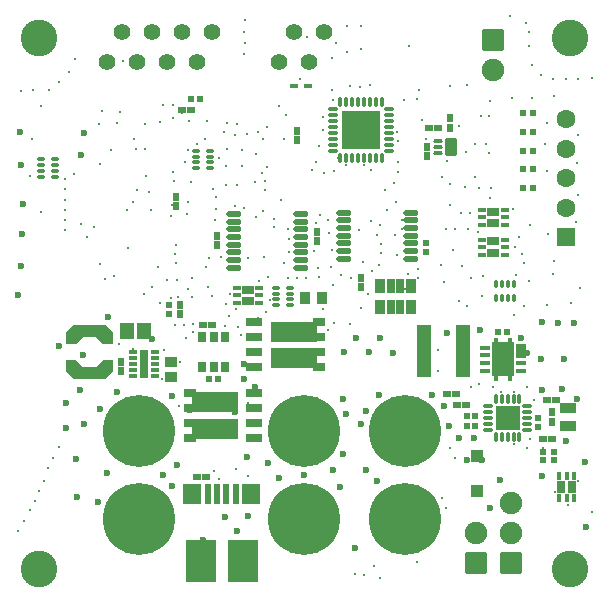
<source format=gbs>
G04*
G04 #@! TF.GenerationSoftware,Altium Limited,Altium Designer,18.0.9 (584)*
G04*
G04 Layer_Color=16711935*
%FSLAX25Y25*%
%MOIN*%
G70*
G01*
G75*
%ADD34R,0.03937X0.03543*%
%ADD53O,0.05118X0.01968*%
%ADD55O,0.01378X0.02953*%
%ADD56R,0.03740X0.04528*%
%ADD57R,0.02756X0.04528*%
%ADD58R,0.05315X0.03740*%
%ADD61R,0.03150X0.01575*%
%ADD63R,0.04331X0.03937*%
%ADD66R,0.02598X0.02441*%
%ADD67R,0.02165X0.02362*%
%ADD68R,0.02441X0.02598*%
%ADD70R,0.02362X0.02165*%
%ADD71O,0.02953X0.01378*%
%ADD72C,0.07480*%
G04:AMPARAMS|DCode=73|XSize=74.8mil|YSize=74.8mil|CornerRadius=10.83mil|HoleSize=0mil|Usage=FLASHONLY|Rotation=270.000|XOffset=0mil|YOffset=0mil|HoleType=Round|Shape=RoundedRectangle|*
%AMROUNDEDRECTD73*
21,1,0.07480,0.05315,0,0,270.0*
21,1,0.05315,0.07480,0,0,270.0*
1,1,0.02165,-0.02657,-0.02657*
1,1,0.02165,-0.02657,0.02657*
1,1,0.02165,0.02657,0.02657*
1,1,0.02165,0.02657,-0.02657*
%
%ADD73ROUNDEDRECTD73*%
%ADD74C,0.24016*%
G04:AMPARAMS|DCode=75|XSize=62.99mil|YSize=62.99mil|CornerRadius=9.35mil|HoleSize=0mil|Usage=FLASHONLY|Rotation=90.000|XOffset=0mil|YOffset=0mil|HoleType=Round|Shape=RoundedRectangle|*
%AMROUNDEDRECTD75*
21,1,0.06299,0.04429,0,0,90.0*
21,1,0.04429,0.06299,0,0,90.0*
1,1,0.01870,0.02215,0.02215*
1,1,0.01870,0.02215,-0.02215*
1,1,0.01870,-0.02215,-0.02215*
1,1,0.01870,-0.02215,0.02215*
%
%ADD75ROUNDEDRECTD75*%
%ADD76C,0.06299*%
%ADD77C,0.05512*%
%ADD78C,0.00394*%
%ADD79C,0.12205*%
%ADD80C,0.01181*%
%ADD81C,0.02362*%
%ADD112R,0.03150X0.01378*%
G04:AMPARAMS|DCode=126|XSize=13.78mil|YSize=31.5mil|CornerRadius=4.43mil|HoleSize=0mil|Usage=FLASHONLY|Rotation=90.000|XOffset=0mil|YOffset=0mil|HoleType=Round|Shape=RoundedRectangle|*
%AMROUNDEDRECTD126*
21,1,0.01378,0.02264,0,0,90.0*
21,1,0.00492,0.03150,0,0,90.0*
1,1,0.00886,0.01132,0.00246*
1,1,0.00886,0.01132,-0.00246*
1,1,0.00886,-0.01132,-0.00246*
1,1,0.00886,-0.01132,0.00246*
%
%ADD126ROUNDEDRECTD126*%
G04:AMPARAMS|DCode=127|XSize=57.09mil|YSize=43.31mil|CornerRadius=5.91mil|HoleSize=0mil|Usage=FLASHONLY|Rotation=90.000|XOffset=0mil|YOffset=0mil|HoleType=Round|Shape=RoundedRectangle|*
%AMROUNDEDRECTD127*
21,1,0.05709,0.03150,0,0,90.0*
21,1,0.04528,0.04331,0,0,90.0*
1,1,0.01181,0.01575,0.02264*
1,1,0.01181,0.01575,-0.02264*
1,1,0.01181,-0.01575,-0.02264*
1,1,0.01181,-0.01575,0.02264*
%
%ADD127ROUNDEDRECTD127*%
%ADD128R,0.15394X0.06890*%
%ADD129R,0.04409X0.02795*%
%ADD130R,0.05394X0.02795*%
%ADD131O,0.03543X0.01378*%
%ADD132O,0.01378X0.03543*%
%ADD133R,0.12795X0.12795*%
%ADD134R,0.02913X0.09803*%
%ADD135R,0.08465X0.08465*%
%ADD136R,0.06299X0.06693*%
%ADD137R,0.02362X0.06693*%
%ADD138R,0.09843X0.14094*%
%ADD139R,0.03543X0.04685*%
%ADD140R,0.07441X0.11417*%
%ADD141R,0.03543X0.01772*%
%ADD142R,0.01575X0.01968*%
%ADD143R,0.03937X0.02854*%
%ADD144R,0.02756X0.01575*%
%ADD145R,0.08268X0.02756*%
%ADD146R,0.03425X0.04252*%
%ADD147R,0.05039X0.17717*%
%ADD148R,0.02165X0.02362*%
%ADD149R,0.04724X0.05709*%
%ADD150R,0.02559X0.03347*%
%ADD151R,0.02854X0.03937*%
%ADD152R,0.01575X0.02756*%
G36*
X34468Y79525D02*
X34505Y79513D01*
X34539Y79495D01*
X34569Y79471D01*
X34594Y79441D01*
X34612Y79406D01*
X34623Y79369D01*
X34627Y79331D01*
Y75827D01*
X34625Y75808D01*
X34624Y75790D01*
X34623Y75789D01*
X34623Y75788D01*
X34618Y75770D01*
X34613Y75753D01*
X34612Y75752D01*
X34612Y75751D01*
X34603Y75735D01*
X34595Y75718D01*
X34594Y75718D01*
X34594Y75717D01*
X34582Y75703D01*
X34570Y75688D01*
X32405Y73483D01*
X32404Y73483D01*
X32404Y73482D01*
X32389Y73470D01*
X32375Y73459D01*
X32374Y73458D01*
X32374Y73458D01*
X32358Y73449D01*
X32341Y73440D01*
X32340Y73440D01*
X32340Y73439D01*
X32322Y73434D01*
X32304Y73428D01*
X32303Y73428D01*
X32302Y73428D01*
X32284Y73426D01*
X32266Y73424D01*
X32265Y73424D01*
X32264Y73424D01*
X21280D01*
X21279Y73424D01*
X21278Y73424D01*
X21259Y73426D01*
X21241Y73428D01*
X21240Y73428D01*
X21239Y73428D01*
X21222Y73434D01*
X21204Y73439D01*
X21203Y73440D01*
X21202Y73440D01*
X21185Y73449D01*
X21170Y73458D01*
X21169Y73458D01*
X21168Y73459D01*
X21154Y73470D01*
X21140Y73482D01*
X21139Y73483D01*
X21138Y73483D01*
X18973Y75688D01*
X18961Y75702D01*
X18950Y75717D01*
X18949Y75718D01*
X18949Y75718D01*
X18940Y75735D01*
X18931Y75751D01*
X18931Y75752D01*
X18931Y75753D01*
X18926Y75770D01*
X18920Y75788D01*
X18920Y75789D01*
X18920Y75790D01*
X18918Y75809D01*
X18916Y75827D01*
Y79331D01*
X18920Y79369D01*
X18931Y79406D01*
X18950Y79441D01*
X18974Y79471D01*
X19004Y79495D01*
X19038Y79513D01*
X19076Y79525D01*
X19114Y79528D01*
X22165D01*
X22184Y79527D01*
X22201Y79525D01*
X22203Y79525D01*
X22204Y79525D01*
X22221Y79519D01*
X22239Y79514D01*
X22240Y79514D01*
X22241Y79513D01*
X22257Y79505D01*
X22273Y79497D01*
X22274Y79496D01*
X22275Y79495D01*
X22289Y79484D01*
X22303Y79472D01*
X24588Y77245D01*
X28955D01*
X31240Y79472D01*
X31254Y79484D01*
X31268Y79495D01*
X31269Y79496D01*
X31270Y79497D01*
X31287Y79505D01*
X31302Y79513D01*
X31304Y79514D01*
X31305Y79514D01*
X31322Y79519D01*
X31339Y79525D01*
X31341Y79525D01*
X31342Y79525D01*
X31360Y79527D01*
X31378Y79528D01*
X34429D01*
X34468Y79525D01*
D02*
G37*
G36*
X32284Y91141D02*
X32302Y91139D01*
X32303Y91139D01*
X32304Y91138D01*
X32322Y91133D01*
X32340Y91128D01*
X32340Y91127D01*
X32341Y91127D01*
X32358Y91118D01*
X32374Y91109D01*
X32374Y91109D01*
X32375Y91108D01*
X32389Y91097D01*
X32404Y91085D01*
X32404Y91084D01*
X32405Y91084D01*
X34570Y88879D01*
X34582Y88864D01*
X34594Y88850D01*
X34594Y88849D01*
X34595Y88849D01*
X34603Y88832D01*
X34612Y88816D01*
X34612Y88815D01*
X34613Y88814D01*
X34618Y88797D01*
X34623Y88779D01*
X34623Y88778D01*
X34624Y88777D01*
X34625Y88758D01*
X34627Y88740D01*
Y85236D01*
X34623Y85198D01*
X34612Y85160D01*
X34594Y85126D01*
X34569Y85096D01*
X34539Y85072D01*
X34505Y85053D01*
X34468Y85042D01*
X34429Y85038D01*
X31378D01*
X31360Y85040D01*
X31342Y85042D01*
X31341Y85042D01*
X31339Y85042D01*
X31322Y85048D01*
X31305Y85053D01*
X31304Y85053D01*
X31302Y85053D01*
X31287Y85062D01*
X31270Y85070D01*
X31269Y85071D01*
X31268Y85072D01*
X31254Y85083D01*
X31240Y85095D01*
X28955Y87322D01*
X24588D01*
X22303Y85095D01*
X22289Y85083D01*
X22275Y85072D01*
X22274Y85071D01*
X22273Y85070D01*
X22257Y85062D01*
X22241Y85053D01*
X22240Y85053D01*
X22239Y85053D01*
X22221Y85048D01*
X22204Y85042D01*
X22203Y85042D01*
X22201Y85042D01*
X22184Y85040D01*
X22165Y85038D01*
X19114D01*
X19076Y85042D01*
X19038Y85053D01*
X19004Y85072D01*
X18974Y85096D01*
X18950Y85126D01*
X18931Y85160D01*
X18920Y85198D01*
X18916Y85236D01*
Y88740D01*
X18918Y88759D01*
X18920Y88777D01*
X18920Y88778D01*
X18920Y88779D01*
X18926Y88797D01*
X18931Y88814D01*
X18931Y88815D01*
X18931Y88816D01*
X18940Y88832D01*
X18949Y88849D01*
X18949Y88849D01*
X18950Y88850D01*
X18961Y88864D01*
X18973Y88879D01*
X21138Y91084D01*
X21139Y91084D01*
X21140Y91085D01*
X21154Y91097D01*
X21168Y91108D01*
X21169Y91109D01*
X21170Y91109D01*
X21185Y91118D01*
X21202Y91127D01*
X21203Y91127D01*
X21204Y91128D01*
X21222Y91133D01*
X21239Y91138D01*
X21240Y91139D01*
X21241Y91139D01*
X21259Y91141D01*
X21278Y91143D01*
X21279Y91143D01*
X21280Y91143D01*
X32264D01*
X32265Y91143D01*
X32266Y91143D01*
X32284Y91141D01*
D02*
G37*
D34*
X53937Y73917D02*
D03*
Y78839D02*
D03*
D53*
X97244Y128347D02*
D03*
Y125787D02*
D03*
Y123228D02*
D03*
Y120669D02*
D03*
Y118110D02*
D03*
Y115551D02*
D03*
Y112992D02*
D03*
Y110433D02*
D03*
X74803Y128347D02*
D03*
Y125787D02*
D03*
Y123228D02*
D03*
Y120669D02*
D03*
Y118110D02*
D03*
Y115551D02*
D03*
Y112992D02*
D03*
Y110433D02*
D03*
X134055Y128740D02*
D03*
Y126181D02*
D03*
Y123622D02*
D03*
Y121063D02*
D03*
Y118504D02*
D03*
Y115945D02*
D03*
Y113386D02*
D03*
X111614Y128740D02*
D03*
Y126181D02*
D03*
Y123622D02*
D03*
Y121063D02*
D03*
Y118504D02*
D03*
Y115945D02*
D03*
Y113386D02*
D03*
D55*
X168307Y100295D02*
D03*
X166339D02*
D03*
X164370D02*
D03*
X162402D02*
D03*
X168307Y105020D02*
D03*
X166339D02*
D03*
X164370D02*
D03*
X162402D02*
D03*
D56*
X123524Y104331D02*
D03*
X133957D02*
D03*
X123524Y97244D02*
D03*
X133957D02*
D03*
D57*
X127165Y104331D02*
D03*
X130315D02*
D03*
X127165Y97244D02*
D03*
X130315D02*
D03*
D58*
X186221Y57579D02*
D03*
Y63681D02*
D03*
D61*
X94882Y170866D02*
D03*
X99606D02*
D03*
D63*
X155905Y35827D02*
D03*
Y47638D02*
D03*
D66*
X152323Y64665D02*
D03*
X149252D02*
D03*
X146004Y68405D02*
D03*
X149075D02*
D03*
X57520Y162992D02*
D03*
X60591D02*
D03*
X67677Y91339D02*
D03*
X64606D02*
D03*
X182343Y66339D02*
D03*
X179272D02*
D03*
X177992Y53150D02*
D03*
X181063D02*
D03*
X139803Y157087D02*
D03*
X142874D02*
D03*
X62638Y40551D02*
D03*
X65709D02*
D03*
D67*
X138779Y115551D02*
D03*
Y118504D02*
D03*
X176378Y57185D02*
D03*
Y60138D02*
D03*
X177953Y46161D02*
D03*
Y49114D02*
D03*
X181496D02*
D03*
Y46161D02*
D03*
X53150Y97933D02*
D03*
Y94980D02*
D03*
D68*
X55512Y131043D02*
D03*
Y134114D02*
D03*
X102461Y119232D02*
D03*
Y122303D02*
D03*
X117323Y107047D02*
D03*
Y103976D02*
D03*
X146850Y160197D02*
D03*
Y157126D02*
D03*
X37402Y76024D02*
D03*
Y79094D02*
D03*
X181102Y59095D02*
D03*
Y62165D02*
D03*
X139272Y150650D02*
D03*
Y147579D02*
D03*
X57087Y94921D02*
D03*
Y97992D02*
D03*
X96063Y155866D02*
D03*
Y152795D02*
D03*
X69291Y120925D02*
D03*
Y117854D02*
D03*
D70*
X60728Y166535D02*
D03*
X63681D02*
D03*
X69587Y73228D02*
D03*
X66634D02*
D03*
X152461Y61024D02*
D03*
X155413D02*
D03*
X152461Y57480D02*
D03*
X155413D02*
D03*
X166043Y88976D02*
D03*
X163091D02*
D03*
D71*
X10630Y140748D02*
D03*
Y142717D02*
D03*
Y144685D02*
D03*
Y146653D02*
D03*
X15354Y140748D02*
D03*
Y142717D02*
D03*
Y144685D02*
D03*
Y146653D02*
D03*
X93701Y103740D02*
D03*
Y101772D02*
D03*
Y99803D02*
D03*
Y97835D02*
D03*
X88976Y103740D02*
D03*
Y101772D02*
D03*
Y99803D02*
D03*
Y97835D02*
D03*
X66929Y149409D02*
D03*
Y147441D02*
D03*
Y145472D02*
D03*
Y143504D02*
D03*
X62205Y149409D02*
D03*
Y147441D02*
D03*
Y145472D02*
D03*
Y143504D02*
D03*
D72*
X161417Y176221D02*
D03*
X155512Y21811D02*
D03*
X167323D02*
D03*
Y31811D02*
D03*
D73*
X161417Y186221D02*
D03*
X155512Y11811D02*
D03*
X167323D02*
D03*
D74*
X43307Y56102D02*
D03*
Y26575D02*
D03*
X98425Y56102D02*
D03*
Y26575D02*
D03*
X131890Y56102D02*
D03*
Y26575D02*
D03*
D75*
X185630Y120472D02*
D03*
D76*
Y130315D02*
D03*
Y140157D02*
D03*
Y150000D02*
D03*
Y159843D02*
D03*
D77*
X89941Y179055D02*
D03*
X94941Y189055D02*
D03*
X99941Y179055D02*
D03*
X104941Y189055D02*
D03*
X32697Y179055D02*
D03*
X37697Y189055D02*
D03*
X42697Y179055D02*
D03*
X47697Y189055D02*
D03*
X52697Y179055D02*
D03*
X57697Y189055D02*
D03*
X62697Y179055D02*
D03*
X67697Y189055D02*
D03*
D78*
X84429Y186142D02*
D03*
X27185D02*
D03*
D79*
X9843Y187008D02*
D03*
X187008D02*
D03*
Y9843D02*
D03*
X9843D02*
D03*
D80*
X175008Y66145D02*
D03*
X146850Y131201D02*
D03*
X82977Y93607D02*
D03*
X86815Y99710D02*
D03*
X85733Y95575D02*
D03*
X84308Y101378D02*
D03*
X83173Y106107D02*
D03*
X86126Y107190D02*
D03*
X91732Y111811D02*
D03*
X85044Y113883D02*
D03*
X93405Y115551D02*
D03*
X60827Y106988D02*
D03*
X113490Y91737D02*
D03*
X108180Y92038D02*
D03*
X106344Y89646D02*
D03*
X104528Y96653D02*
D03*
X92819Y106895D02*
D03*
X79724Y113583D02*
D03*
X70673Y114080D02*
D03*
X66539Y113687D02*
D03*
X65650Y110728D02*
D03*
X83425Y82146D02*
D03*
X156496Y71653D02*
D03*
X153937Y70571D02*
D03*
X142913Y82874D02*
D03*
X142815Y76083D02*
D03*
X79630Y65456D02*
D03*
X68898Y77362D02*
D03*
X173327Y188878D02*
D03*
X173425Y184252D02*
D03*
X174311Y177953D02*
D03*
X166929Y194291D02*
D03*
X172343Y192126D02*
D03*
X177264Y174606D02*
D03*
X181299Y173425D02*
D03*
X185728Y173327D02*
D03*
X189665Y173228D02*
D03*
X194193Y173622D02*
D03*
X160138Y166043D02*
D03*
X181595Y167520D02*
D03*
X167618Y167126D02*
D03*
X174311D02*
D03*
X179331Y158563D02*
D03*
X189469Y154724D02*
D03*
X178740Y151673D02*
D03*
X189469Y134744D02*
D03*
X189272Y145276D02*
D03*
X179134Y142618D02*
D03*
X189075Y125591D02*
D03*
X179724Y121653D02*
D03*
X181496Y112500D02*
D03*
X181398Y108268D02*
D03*
X190157Y103642D02*
D03*
X187205Y98622D02*
D03*
X179232Y97835D02*
D03*
X171457Y97539D02*
D03*
X168307Y94587D02*
D03*
X101772Y116043D02*
D03*
X106595Y121949D02*
D03*
X129337Y155519D02*
D03*
X92815Y123130D02*
D03*
X147940Y116344D02*
D03*
X139075Y118602D02*
D03*
X150499Y128746D02*
D03*
X145472Y123130D02*
D03*
X78347Y181496D02*
D03*
X78642Y185236D02*
D03*
X78347Y188976D02*
D03*
X78642Y193110D02*
D03*
X22047Y179921D02*
D03*
X19882Y175492D02*
D03*
X16634Y172146D02*
D03*
X13287Y169783D02*
D03*
X7776Y169587D02*
D03*
X3839Y169390D02*
D03*
X139082Y153157D02*
D03*
X129769Y152567D02*
D03*
X137507Y159555D02*
D03*
X129626Y145571D02*
D03*
X139764Y150591D02*
D03*
X139272Y147579D02*
D03*
X42620Y136424D02*
D03*
X46754Y135735D02*
D03*
X65945Y159176D02*
D03*
X92126Y161417D02*
D03*
X91738Y153347D02*
D03*
X84645Y153149D02*
D03*
X131496Y166142D02*
D03*
X146949Y171063D02*
D03*
X104528Y156299D02*
D03*
X103150Y151083D02*
D03*
X102165Y145571D02*
D03*
X104926Y141936D02*
D03*
X112598Y159842D02*
D03*
X118504Y157480D02*
D03*
X113779Y152756D02*
D03*
X120866D02*
D03*
Y159843D02*
D03*
X117224Y96850D02*
D03*
X144882Y105610D02*
D03*
X131890Y103248D02*
D03*
X123819Y102756D02*
D03*
X84350Y142028D02*
D03*
X86024Y143898D02*
D03*
X82284Y148425D02*
D03*
X148524Y123327D02*
D03*
X163976Y62402D02*
D03*
X168307Y58071D02*
D03*
X163976D02*
D03*
X168307Y62402D02*
D03*
X157382Y160925D02*
D03*
X160039Y161122D02*
D03*
X159941Y148721D02*
D03*
X159055Y151673D02*
D03*
X152362Y149114D02*
D03*
X148917Y149508D02*
D03*
X149902Y157480D02*
D03*
X108366Y142520D02*
D03*
X125886Y129724D02*
D03*
X56476Y64376D02*
D03*
X58858Y86910D02*
D03*
X63976Y86811D02*
D03*
X61319Y91535D02*
D03*
X61417Y88976D02*
D03*
X72047Y91043D02*
D03*
X76181Y90748D02*
D03*
X72146Y98327D02*
D03*
X55118Y91437D02*
D03*
X56102Y106201D02*
D03*
X52756D02*
D03*
X47640Y104041D02*
D03*
X53841Y100399D02*
D03*
X49510Y110734D02*
D03*
X39665Y116929D02*
D03*
X50197Y98524D02*
D03*
X35041Y107584D02*
D03*
X32087Y106791D02*
D03*
X44998Y101673D02*
D03*
X68310Y42620D02*
D03*
X69784Y39862D02*
D03*
X58268Y91437D02*
D03*
X77264Y87795D02*
D03*
X75689Y96555D02*
D03*
X73268Y94232D02*
D03*
X73724Y101481D02*
D03*
X194291Y28839D02*
D03*
X189469Y39173D02*
D03*
X182087Y35583D02*
D03*
X145480Y30415D02*
D03*
X144390Y33465D02*
D03*
X147047Y50394D02*
D03*
X148728Y46951D02*
D03*
X135925Y12205D02*
D03*
X118411Y7973D02*
D03*
X123530Y6890D02*
D03*
X121555Y10827D02*
D03*
X115360Y8170D02*
D03*
X164075Y69048D02*
D03*
X168209D02*
D03*
X161327Y70476D02*
D03*
X186122Y31398D02*
D03*
X185934Y42030D02*
D03*
X72342Y137795D02*
D03*
X75787Y137894D02*
D03*
X68996Y133858D02*
D03*
X70079Y146949D02*
D03*
X72244Y144390D02*
D03*
X72539Y149803D02*
D03*
X82087Y138878D02*
D03*
X85339Y136129D02*
D03*
X84748Y129239D02*
D03*
X75394Y154528D02*
D03*
X79335Y155126D02*
D03*
X77756Y149606D02*
D03*
X75984Y158268D02*
D03*
X82189Y127172D02*
D03*
X75394Y130905D02*
D03*
X78252Y130420D02*
D03*
X88390Y123825D02*
D03*
X88193Y126778D02*
D03*
X68898Y129921D02*
D03*
X90661Y133082D02*
D03*
X59747Y132290D02*
D03*
X54924Y135046D02*
D03*
Y139180D02*
D03*
X58661Y145669D02*
D03*
X54629Y142133D02*
D03*
X59646Y149704D02*
D03*
X60039Y159176D02*
D03*
X57480Y161811D02*
D03*
X62458Y151673D02*
D03*
X65354Y153150D02*
D03*
X54432Y131207D02*
D03*
X53940Y127762D02*
D03*
X59255Y128451D02*
D03*
X60731Y139082D02*
D03*
X66276Y104000D02*
D03*
X67716Y100984D02*
D03*
X59496Y103437D02*
D03*
X56299Y100787D02*
D03*
X60928Y100694D02*
D03*
X55709Y111909D02*
D03*
X16535Y50689D02*
D03*
X2953Y22736D02*
D03*
X7087Y29528D02*
D03*
X8709Y32728D02*
D03*
X5020Y25984D02*
D03*
X14764Y47047D02*
D03*
X12894Y43602D02*
D03*
X9837Y36018D02*
D03*
X11516Y39370D02*
D03*
X55315Y114961D02*
D03*
X30413Y111713D02*
D03*
X80020Y102264D02*
D03*
X36714Y84847D02*
D03*
X51676Y82977D02*
D03*
X56890Y78839D02*
D03*
X50984Y73228D02*
D03*
X44882Y75394D02*
D03*
Y78642D02*
D03*
X123524Y124606D02*
D03*
X128248Y138779D02*
D03*
X125394Y136221D02*
D03*
X129626Y142421D02*
D03*
X109055Y185138D02*
D03*
X107579Y180413D02*
D03*
X99410Y187205D02*
D03*
X112598Y182382D02*
D03*
Y190847D02*
D03*
X117323Y183268D02*
D03*
X117224Y190945D02*
D03*
X97047Y173327D02*
D03*
X71752Y155610D02*
D03*
X72638Y158465D02*
D03*
X26083Y120669D02*
D03*
X28248Y123917D02*
D03*
X23917Y124803D02*
D03*
X39272Y129724D02*
D03*
X41339Y132283D02*
D03*
X82874Y155610D02*
D03*
X86024Y157283D02*
D03*
X77461Y144291D02*
D03*
X68701Y126279D02*
D03*
X55512Y118110D02*
D03*
X68015Y136719D02*
D03*
X21457Y141535D02*
D03*
X107879Y104729D02*
D03*
X103346Y107185D02*
D03*
X102854Y110236D02*
D03*
X110531Y107972D02*
D03*
X114080Y107092D02*
D03*
X107289Y110635D02*
D03*
X99016Y106890D02*
D03*
X107480Y116147D02*
D03*
X106304Y126384D02*
D03*
X97441Y110236D02*
D03*
X95915Y106890D02*
D03*
X116443Y122841D02*
D03*
X120768Y126083D02*
D03*
X112407Y144594D02*
D03*
X109553Y147054D02*
D03*
X100792Y142920D02*
D03*
X85138Y139173D02*
D03*
X54756Y160303D02*
D03*
X54626Y164567D02*
D03*
X50223Y158861D02*
D03*
X51181Y164764D02*
D03*
X45571Y141043D02*
D03*
X93405Y120079D02*
D03*
X103647Y127959D02*
D03*
X102170Y125203D02*
D03*
X128839Y132283D02*
D03*
X130814Y126286D02*
D03*
X130912Y123333D02*
D03*
X128642Y121260D02*
D03*
X122545Y121167D02*
D03*
X124022Y118313D02*
D03*
Y115360D02*
D03*
X123234Y111226D02*
D03*
X107773Y169786D02*
D03*
X107776Y166142D02*
D03*
X89961Y164215D02*
D03*
X155519Y57778D02*
D03*
X172449Y50199D02*
D03*
X175894Y57188D02*
D03*
X177953Y50394D02*
D03*
X173630Y53152D02*
D03*
X176879Y60141D02*
D03*
X172639Y70771D02*
D03*
X168118Y51479D02*
D03*
X79528Y40846D02*
D03*
X75689Y43406D02*
D03*
X117815Y112205D02*
D03*
X129337Y114474D02*
D03*
X120774Y142822D02*
D03*
X104528Y160531D02*
D03*
X173721Y124705D02*
D03*
X169783Y120571D02*
D03*
X135925Y166535D02*
D03*
X136516Y169488D02*
D03*
X144291Y140748D02*
D03*
X145877Y146063D02*
D03*
X146850Y138287D02*
D03*
X146661Y160244D02*
D03*
X170776Y137015D02*
D03*
X134153Y97441D02*
D03*
X171465Y143216D02*
D03*
X171063Y149409D02*
D03*
X171161Y155610D02*
D03*
X171063Y161811D02*
D03*
X133169Y184153D02*
D03*
X18602Y122933D02*
D03*
Y126319D02*
D03*
Y129705D02*
D03*
Y133090D02*
D03*
Y136476D02*
D03*
Y139862D02*
D03*
X47250Y129724D02*
D03*
X41339Y83169D02*
D03*
X6988Y141043D02*
D03*
X10630Y128937D02*
D03*
X7480Y153150D02*
D03*
X10630Y164370D02*
D03*
X29823Y158268D02*
D03*
X36024Y158563D02*
D03*
X36909Y162402D02*
D03*
X30906Y162598D02*
D03*
X30315Y144980D02*
D03*
X34055Y149606D02*
D03*
X45282Y158230D02*
D03*
X45276Y150000D02*
D03*
X41732Y153149D02*
D03*
X42126Y150000D02*
D03*
X96063Y156299D02*
D03*
X37795Y179134D02*
D03*
X161268Y115453D02*
D03*
X157685Y100989D02*
D03*
Y114277D02*
D03*
X167922Y130026D02*
D03*
X169095Y107973D02*
D03*
X173130Y105905D02*
D03*
X155217Y151673D02*
D03*
X168709Y117230D02*
D03*
X170776Y114966D02*
D03*
X171465Y112013D02*
D03*
X166437Y127165D02*
D03*
X160734Y125993D02*
D03*
X155217Y140748D02*
D03*
X162114Y129731D02*
D03*
X160138Y133760D02*
D03*
X151877Y137310D02*
D03*
X156602Y137015D02*
D03*
X160736Y137113D02*
D03*
X113490Y171071D02*
D03*
X120177Y171260D02*
D03*
X116831Y170784D02*
D03*
X152756Y171161D02*
D03*
X153846Y107092D02*
D03*
X153452Y128746D02*
D03*
X153017Y123432D02*
D03*
X156110Y122152D02*
D03*
X157980Y107486D02*
D03*
X150795Y110931D02*
D03*
X152468Y97643D02*
D03*
X149902Y99311D02*
D03*
X123524Y95276D02*
D03*
X127270Y97446D02*
D03*
X143996Y111319D02*
D03*
X119691Y101678D02*
D03*
X136129Y110045D02*
D03*
X136417Y107087D02*
D03*
X132880Y108175D02*
D03*
X120866Y109320D02*
D03*
X118313Y144594D02*
D03*
D81*
X30118Y63189D02*
D03*
X35925Y69095D02*
D03*
X184843Y79921D02*
D03*
X177264D02*
D03*
X188386Y92028D02*
D03*
X183071Y91929D02*
D03*
X177559Y92224D02*
D03*
X146063Y88484D02*
D03*
X156791Y89764D02*
D03*
X115655Y86914D02*
D03*
X74118Y66637D02*
D03*
X115256Y17126D02*
D03*
X54232Y37697D02*
D03*
X56102Y44783D02*
D03*
X29528Y32283D02*
D03*
X19094Y57087D02*
D03*
X23524Y69587D02*
D03*
X16535Y84153D02*
D03*
X24705Y81299D02*
D03*
X32972Y93799D02*
D03*
X44291Y89961D02*
D03*
X47539Y86614D02*
D03*
X123721Y87008D02*
D03*
X79232Y47343D02*
D03*
X111319Y48425D02*
D03*
X123425Y68110D02*
D03*
X146752Y57677D02*
D03*
X140847Y68012D02*
D03*
X144882Y64173D02*
D03*
X149902Y53543D02*
D03*
X154823Y53642D02*
D03*
X75299Y57877D02*
D03*
X117224Y58366D02*
D03*
X118996Y62598D02*
D03*
X81988Y70571D02*
D03*
X63779Y65748D02*
D03*
X78150Y73228D02*
D03*
X24016Y147933D02*
D03*
X24902Y155217D02*
D03*
X3543Y155709D02*
D03*
X3937Y144488D02*
D03*
X4528Y131595D02*
D03*
X4331Y121555D02*
D03*
X3839Y111024D02*
D03*
X2953Y101181D02*
D03*
X172736Y82087D02*
D03*
X60433Y63090D02*
D03*
X64567Y19783D02*
D03*
X127854Y82087D02*
D03*
X119882Y82185D02*
D03*
X111516Y82284D02*
D03*
X54429Y67618D02*
D03*
X51378Y41339D02*
D03*
X22736Y33858D02*
D03*
X32677Y42126D02*
D03*
X22343Y46654D02*
D03*
X24902Y58268D02*
D03*
X18799Y65158D02*
D03*
X75886Y22539D02*
D03*
X79626Y27657D02*
D03*
X72047Y27362D02*
D03*
X98130Y41240D02*
D03*
X89961Y40354D02*
D03*
X86221Y45177D02*
D03*
X112303Y61713D02*
D03*
X111221Y66535D02*
D03*
X122539Y39272D02*
D03*
X110433Y37303D02*
D03*
X118996Y43012D02*
D03*
X107874Y42913D02*
D03*
X160138Y30413D02*
D03*
X163583Y39469D02*
D03*
X192421Y23819D02*
D03*
X191831Y45768D02*
D03*
X177756Y40945D02*
D03*
X75299Y62405D02*
D03*
X78130Y78169D02*
D03*
X177756Y69784D02*
D03*
X184252Y69980D02*
D03*
X157579Y46260D02*
D03*
X152559Y46358D02*
D03*
X164567Y75197D02*
D03*
Y79724D02*
D03*
X138384Y85136D02*
D03*
X170453Y86988D02*
D03*
X189173Y66634D02*
D03*
X185630Y52559D02*
D03*
D112*
X41240Y82284D02*
D03*
Y80315D02*
D03*
Y78347D02*
D03*
Y76378D02*
D03*
Y74409D02*
D03*
X48524D02*
D03*
Y76378D02*
D03*
Y78347D02*
D03*
Y80315D02*
D03*
Y82284D02*
D03*
D126*
X142913Y150591D02*
D03*
Y148622D02*
D03*
Y152559D02*
D03*
D127*
X147441Y150591D02*
D03*
D128*
X94842Y89095D02*
D03*
Y80197D02*
D03*
X68543Y56575D02*
D03*
Y65472D02*
D03*
D129*
X103130Y92146D02*
D03*
Y87146D02*
D03*
Y82146D02*
D03*
Y77146D02*
D03*
X60256Y53524D02*
D03*
Y58524D02*
D03*
Y63524D02*
D03*
Y68524D02*
D03*
D130*
X81614Y82146D02*
D03*
Y77146D02*
D03*
Y87146D02*
D03*
Y92146D02*
D03*
X81772Y63524D02*
D03*
Y68524D02*
D03*
Y58524D02*
D03*
Y53524D02*
D03*
D131*
X107972Y149409D02*
D03*
Y151378D02*
D03*
Y153347D02*
D03*
Y155315D02*
D03*
Y157283D02*
D03*
Y159252D02*
D03*
Y161221D02*
D03*
Y163189D02*
D03*
X126673D02*
D03*
Y161221D02*
D03*
Y159252D02*
D03*
Y157283D02*
D03*
Y155315D02*
D03*
Y153347D02*
D03*
Y151378D02*
D03*
Y149409D02*
D03*
X172539Y64173D02*
D03*
Y62205D02*
D03*
Y60236D02*
D03*
Y58268D02*
D03*
Y56299D02*
D03*
X159744D02*
D03*
Y58268D02*
D03*
Y60236D02*
D03*
Y62205D02*
D03*
Y64173D02*
D03*
D132*
X110433Y165650D02*
D03*
X112402D02*
D03*
X114370D02*
D03*
X116339D02*
D03*
X118307D02*
D03*
X120276D02*
D03*
X122244D02*
D03*
X124213D02*
D03*
Y146949D02*
D03*
X122244D02*
D03*
X120276D02*
D03*
X118307D02*
D03*
X116339D02*
D03*
X114370D02*
D03*
X112402D02*
D03*
X110433D02*
D03*
X170079Y53839D02*
D03*
X168110D02*
D03*
X166142D02*
D03*
X164173D02*
D03*
X162205D02*
D03*
Y66634D02*
D03*
X164173D02*
D03*
X166142D02*
D03*
X168110D02*
D03*
X170079D02*
D03*
D133*
X117323Y156299D02*
D03*
D134*
X44882Y78347D02*
D03*
D135*
X166142Y60236D02*
D03*
D136*
X61024Y34843D02*
D03*
X80709D02*
D03*
D137*
X66142D02*
D03*
X69291D02*
D03*
X72441D02*
D03*
X75590D02*
D03*
D138*
X63858Y12520D02*
D03*
X77874D02*
D03*
D139*
X170453Y82638D02*
D03*
D140*
X164567Y79921D02*
D03*
D141*
X158681Y76083D02*
D03*
Y78642D02*
D03*
Y81201D02*
D03*
Y83760D02*
D03*
X170453Y76083D02*
D03*
Y78642D02*
D03*
D142*
X166890Y86122D02*
D03*
X162244D02*
D03*
Y73721D02*
D03*
X166890D02*
D03*
D143*
X161417Y129087D02*
D03*
Y125244D02*
D03*
Y119146D02*
D03*
Y115303D02*
D03*
X79528Y99260D02*
D03*
Y103102D02*
D03*
D144*
X157697Y124606D02*
D03*
Y127165D02*
D03*
Y129724D02*
D03*
X165138Y124606D02*
D03*
Y127165D02*
D03*
Y129724D02*
D03*
X157697Y114665D02*
D03*
Y117224D02*
D03*
Y119783D02*
D03*
X165138Y114665D02*
D03*
Y117224D02*
D03*
Y119783D02*
D03*
X83248Y103740D02*
D03*
Y101181D02*
D03*
Y98622D02*
D03*
X75807Y103740D02*
D03*
Y101181D02*
D03*
Y98622D02*
D03*
D145*
X26772Y89173D02*
D03*
Y75394D02*
D03*
D146*
X104390Y100394D02*
D03*
X98760D02*
D03*
D147*
X138384Y82677D02*
D03*
X151380D02*
D03*
D148*
X171161Y137008D02*
D03*
X174508D02*
D03*
X171161Y161811D02*
D03*
X174508D02*
D03*
X171161Y155610D02*
D03*
X174508D02*
D03*
X171161Y149409D02*
D03*
X174508D02*
D03*
X171161Y143209D02*
D03*
X174508D02*
D03*
D149*
X39370Y89370D02*
D03*
X44882D02*
D03*
D150*
X64370Y77362D02*
D03*
X68110D02*
D03*
X71850D02*
D03*
Y87205D02*
D03*
X68110D02*
D03*
X64370D02*
D03*
D151*
X187748Y37402D02*
D03*
X183905D02*
D03*
D152*
X183268Y41122D02*
D03*
X185827D02*
D03*
X188386D02*
D03*
X183268Y33681D02*
D03*
X185827D02*
D03*
X188386D02*
D03*
M02*

</source>
